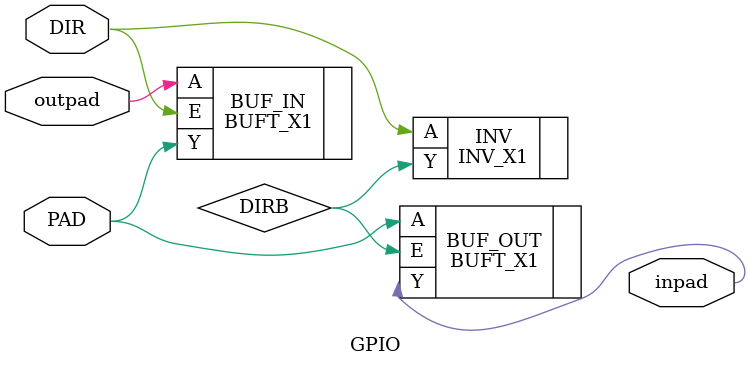
<source format=v>
`timescale 1ns/1ps

module GPIO (PAD, DIR, outpad, inpad);

inout PAD;
input DIR;
input outpad;
output inpad;

INV_X1     INV     ( .A(DIR), .Y(DIRB) );
BUFT_X1 BUF_IN  ( .Y(PAD), .A(outpad), .E(DIR) );
BUFT_X1 BUF_OUT ( .Y(inpad), .A(PAD), .E(DIRB) );

endmodule


</source>
